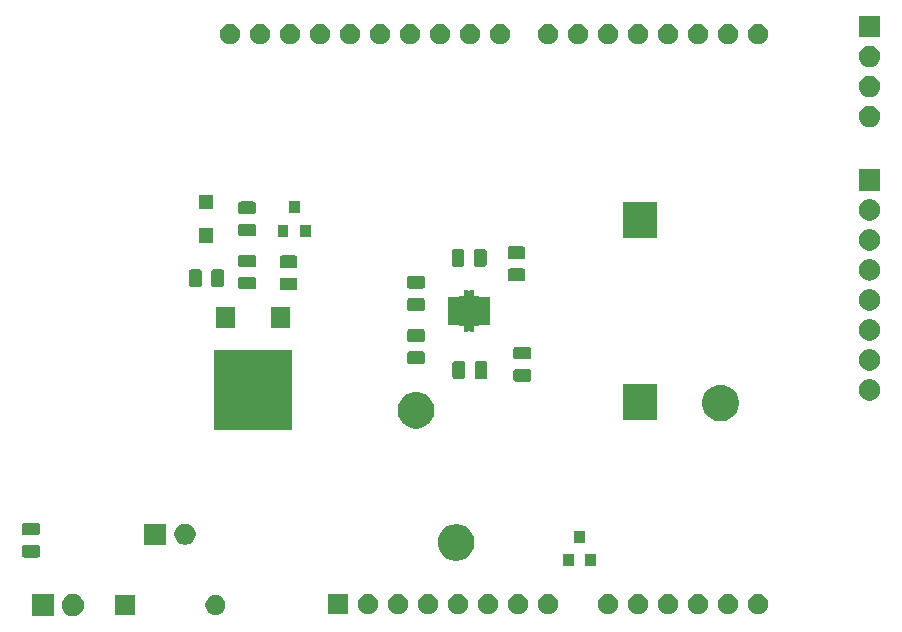
<source format=gbr>
G04 #@! TF.GenerationSoftware,KiCad,Pcbnew,(5.1.5)-3*
G04 #@! TF.CreationDate,2020-12-11T17:28:03+02:00*
G04 #@! TF.ProjectId,led_02,6c65645f-3032-42e6-9b69-6361645f7063,rev?*
G04 #@! TF.SameCoordinates,Original*
G04 #@! TF.FileFunction,Soldermask,Top*
G04 #@! TF.FilePolarity,Negative*
%FSLAX46Y46*%
G04 Gerber Fmt 4.6, Leading zero omitted, Abs format (unit mm)*
G04 Created by KiCad (PCBNEW (5.1.5)-3) date 2020-12-11 17:28:03*
%MOMM*%
%LPD*%
G04 APERTURE LIST*
%ADD10C,0.100000*%
G04 APERTURE END LIST*
D10*
G36*
X14817395Y-62085546D02*
G01*
X14990466Y-62157234D01*
X14990467Y-62157235D01*
X15146227Y-62261310D01*
X15278690Y-62393773D01*
X15321284Y-62457520D01*
X15382766Y-62549534D01*
X15454454Y-62722605D01*
X15491000Y-62906333D01*
X15491000Y-63093667D01*
X15454454Y-63277395D01*
X15382766Y-63450466D01*
X15382765Y-63450467D01*
X15278690Y-63606227D01*
X15146227Y-63738690D01*
X15123092Y-63754148D01*
X14990466Y-63842766D01*
X14817395Y-63914454D01*
X14633667Y-63951000D01*
X14446333Y-63951000D01*
X14262605Y-63914454D01*
X14089534Y-63842766D01*
X13956908Y-63754148D01*
X13933773Y-63738690D01*
X13801310Y-63606227D01*
X13697235Y-63450467D01*
X13697234Y-63450466D01*
X13625546Y-63277395D01*
X13589000Y-63093667D01*
X13589000Y-62906333D01*
X13625546Y-62722605D01*
X13697234Y-62549534D01*
X13758716Y-62457520D01*
X13801310Y-62393773D01*
X13933773Y-62261310D01*
X14089533Y-62157235D01*
X14089534Y-62157234D01*
X14262605Y-62085546D01*
X14446333Y-62049000D01*
X14633667Y-62049000D01*
X14817395Y-62085546D01*
G37*
G36*
X12951000Y-63951000D02*
G01*
X11049000Y-63951000D01*
X11049000Y-62049000D01*
X12951000Y-62049000D01*
X12951000Y-63951000D01*
G37*
G36*
X26868228Y-62181703D02*
G01*
X27023100Y-62245853D01*
X27162481Y-62338985D01*
X27281015Y-62457519D01*
X27374147Y-62596900D01*
X27438297Y-62751772D01*
X27471000Y-62916184D01*
X27471000Y-63083816D01*
X27438297Y-63248228D01*
X27374147Y-63403100D01*
X27281015Y-63542481D01*
X27162481Y-63661015D01*
X27023100Y-63754147D01*
X26868228Y-63818297D01*
X26703816Y-63851000D01*
X26536184Y-63851000D01*
X26371772Y-63818297D01*
X26216900Y-63754147D01*
X26077519Y-63661015D01*
X25958985Y-63542481D01*
X25865853Y-63403100D01*
X25801703Y-63248228D01*
X25769000Y-63083816D01*
X25769000Y-62916184D01*
X25801703Y-62751772D01*
X25865853Y-62596900D01*
X25958985Y-62457519D01*
X26077519Y-62338985D01*
X26216900Y-62245853D01*
X26371772Y-62181703D01*
X26536184Y-62149000D01*
X26703816Y-62149000D01*
X26868228Y-62181703D01*
G37*
G36*
X19851000Y-63851000D02*
G01*
X18149000Y-63851000D01*
X18149000Y-62149000D01*
X19851000Y-62149000D01*
X19851000Y-63851000D01*
G37*
G36*
X55028228Y-62081703D02*
G01*
X55183100Y-62145853D01*
X55322481Y-62238985D01*
X55441015Y-62357519D01*
X55534147Y-62496900D01*
X55598297Y-62651772D01*
X55631000Y-62816184D01*
X55631000Y-62983816D01*
X55598297Y-63148228D01*
X55534147Y-63303100D01*
X55441015Y-63442481D01*
X55322481Y-63561015D01*
X55183100Y-63654147D01*
X55028228Y-63718297D01*
X54863816Y-63751000D01*
X54696184Y-63751000D01*
X54531772Y-63718297D01*
X54376900Y-63654147D01*
X54237519Y-63561015D01*
X54118985Y-63442481D01*
X54025853Y-63303100D01*
X53961703Y-63148228D01*
X53929000Y-62983816D01*
X53929000Y-62816184D01*
X53961703Y-62651772D01*
X54025853Y-62496900D01*
X54118985Y-62357519D01*
X54237519Y-62238985D01*
X54376900Y-62145853D01*
X54531772Y-62081703D01*
X54696184Y-62049000D01*
X54863816Y-62049000D01*
X55028228Y-62081703D01*
G37*
G36*
X62648228Y-62081703D02*
G01*
X62803100Y-62145853D01*
X62942481Y-62238985D01*
X63061015Y-62357519D01*
X63154147Y-62496900D01*
X63218297Y-62651772D01*
X63251000Y-62816184D01*
X63251000Y-62983816D01*
X63218297Y-63148228D01*
X63154147Y-63303100D01*
X63061015Y-63442481D01*
X62942481Y-63561015D01*
X62803100Y-63654147D01*
X62648228Y-63718297D01*
X62483816Y-63751000D01*
X62316184Y-63751000D01*
X62151772Y-63718297D01*
X61996900Y-63654147D01*
X61857519Y-63561015D01*
X61738985Y-63442481D01*
X61645853Y-63303100D01*
X61581703Y-63148228D01*
X61549000Y-62983816D01*
X61549000Y-62816184D01*
X61581703Y-62651772D01*
X61645853Y-62496900D01*
X61738985Y-62357519D01*
X61857519Y-62238985D01*
X61996900Y-62145853D01*
X62151772Y-62081703D01*
X62316184Y-62049000D01*
X62483816Y-62049000D01*
X62648228Y-62081703D01*
G37*
G36*
X65188228Y-62081703D02*
G01*
X65343100Y-62145853D01*
X65482481Y-62238985D01*
X65601015Y-62357519D01*
X65694147Y-62496900D01*
X65758297Y-62651772D01*
X65791000Y-62816184D01*
X65791000Y-62983816D01*
X65758297Y-63148228D01*
X65694147Y-63303100D01*
X65601015Y-63442481D01*
X65482481Y-63561015D01*
X65343100Y-63654147D01*
X65188228Y-63718297D01*
X65023816Y-63751000D01*
X64856184Y-63751000D01*
X64691772Y-63718297D01*
X64536900Y-63654147D01*
X64397519Y-63561015D01*
X64278985Y-63442481D01*
X64185853Y-63303100D01*
X64121703Y-63148228D01*
X64089000Y-62983816D01*
X64089000Y-62816184D01*
X64121703Y-62651772D01*
X64185853Y-62496900D01*
X64278985Y-62357519D01*
X64397519Y-62238985D01*
X64536900Y-62145853D01*
X64691772Y-62081703D01*
X64856184Y-62049000D01*
X65023816Y-62049000D01*
X65188228Y-62081703D01*
G37*
G36*
X67728228Y-62081703D02*
G01*
X67883100Y-62145853D01*
X68022481Y-62238985D01*
X68141015Y-62357519D01*
X68234147Y-62496900D01*
X68298297Y-62651772D01*
X68331000Y-62816184D01*
X68331000Y-62983816D01*
X68298297Y-63148228D01*
X68234147Y-63303100D01*
X68141015Y-63442481D01*
X68022481Y-63561015D01*
X67883100Y-63654147D01*
X67728228Y-63718297D01*
X67563816Y-63751000D01*
X67396184Y-63751000D01*
X67231772Y-63718297D01*
X67076900Y-63654147D01*
X66937519Y-63561015D01*
X66818985Y-63442481D01*
X66725853Y-63303100D01*
X66661703Y-63148228D01*
X66629000Y-62983816D01*
X66629000Y-62816184D01*
X66661703Y-62651772D01*
X66725853Y-62496900D01*
X66818985Y-62357519D01*
X66937519Y-62238985D01*
X67076900Y-62145853D01*
X67231772Y-62081703D01*
X67396184Y-62049000D01*
X67563816Y-62049000D01*
X67728228Y-62081703D01*
G37*
G36*
X70268228Y-62081703D02*
G01*
X70423100Y-62145853D01*
X70562481Y-62238985D01*
X70681015Y-62357519D01*
X70774147Y-62496900D01*
X70838297Y-62651772D01*
X70871000Y-62816184D01*
X70871000Y-62983816D01*
X70838297Y-63148228D01*
X70774147Y-63303100D01*
X70681015Y-63442481D01*
X70562481Y-63561015D01*
X70423100Y-63654147D01*
X70268228Y-63718297D01*
X70103816Y-63751000D01*
X69936184Y-63751000D01*
X69771772Y-63718297D01*
X69616900Y-63654147D01*
X69477519Y-63561015D01*
X69358985Y-63442481D01*
X69265853Y-63303100D01*
X69201703Y-63148228D01*
X69169000Y-62983816D01*
X69169000Y-62816184D01*
X69201703Y-62651772D01*
X69265853Y-62496900D01*
X69358985Y-62357519D01*
X69477519Y-62238985D01*
X69616900Y-62145853D01*
X69771772Y-62081703D01*
X69936184Y-62049000D01*
X70103816Y-62049000D01*
X70268228Y-62081703D01*
G37*
G36*
X60108228Y-62081703D02*
G01*
X60263100Y-62145853D01*
X60402481Y-62238985D01*
X60521015Y-62357519D01*
X60614147Y-62496900D01*
X60678297Y-62651772D01*
X60711000Y-62816184D01*
X60711000Y-62983816D01*
X60678297Y-63148228D01*
X60614147Y-63303100D01*
X60521015Y-63442481D01*
X60402481Y-63561015D01*
X60263100Y-63654147D01*
X60108228Y-63718297D01*
X59943816Y-63751000D01*
X59776184Y-63751000D01*
X59611772Y-63718297D01*
X59456900Y-63654147D01*
X59317519Y-63561015D01*
X59198985Y-63442481D01*
X59105853Y-63303100D01*
X59041703Y-63148228D01*
X59009000Y-62983816D01*
X59009000Y-62816184D01*
X59041703Y-62651772D01*
X59105853Y-62496900D01*
X59198985Y-62357519D01*
X59317519Y-62238985D01*
X59456900Y-62145853D01*
X59611772Y-62081703D01*
X59776184Y-62049000D01*
X59943816Y-62049000D01*
X60108228Y-62081703D01*
G37*
G36*
X52488228Y-62081703D02*
G01*
X52643100Y-62145853D01*
X52782481Y-62238985D01*
X52901015Y-62357519D01*
X52994147Y-62496900D01*
X53058297Y-62651772D01*
X53091000Y-62816184D01*
X53091000Y-62983816D01*
X53058297Y-63148228D01*
X52994147Y-63303100D01*
X52901015Y-63442481D01*
X52782481Y-63561015D01*
X52643100Y-63654147D01*
X52488228Y-63718297D01*
X52323816Y-63751000D01*
X52156184Y-63751000D01*
X51991772Y-63718297D01*
X51836900Y-63654147D01*
X51697519Y-63561015D01*
X51578985Y-63442481D01*
X51485853Y-63303100D01*
X51421703Y-63148228D01*
X51389000Y-62983816D01*
X51389000Y-62816184D01*
X51421703Y-62651772D01*
X51485853Y-62496900D01*
X51578985Y-62357519D01*
X51697519Y-62238985D01*
X51836900Y-62145853D01*
X51991772Y-62081703D01*
X52156184Y-62049000D01*
X52323816Y-62049000D01*
X52488228Y-62081703D01*
G37*
G36*
X49948228Y-62081703D02*
G01*
X50103100Y-62145853D01*
X50242481Y-62238985D01*
X50361015Y-62357519D01*
X50454147Y-62496900D01*
X50518297Y-62651772D01*
X50551000Y-62816184D01*
X50551000Y-62983816D01*
X50518297Y-63148228D01*
X50454147Y-63303100D01*
X50361015Y-63442481D01*
X50242481Y-63561015D01*
X50103100Y-63654147D01*
X49948228Y-63718297D01*
X49783816Y-63751000D01*
X49616184Y-63751000D01*
X49451772Y-63718297D01*
X49296900Y-63654147D01*
X49157519Y-63561015D01*
X49038985Y-63442481D01*
X48945853Y-63303100D01*
X48881703Y-63148228D01*
X48849000Y-62983816D01*
X48849000Y-62816184D01*
X48881703Y-62651772D01*
X48945853Y-62496900D01*
X49038985Y-62357519D01*
X49157519Y-62238985D01*
X49296900Y-62145853D01*
X49451772Y-62081703D01*
X49616184Y-62049000D01*
X49783816Y-62049000D01*
X49948228Y-62081703D01*
G37*
G36*
X47408228Y-62081703D02*
G01*
X47563100Y-62145853D01*
X47702481Y-62238985D01*
X47821015Y-62357519D01*
X47914147Y-62496900D01*
X47978297Y-62651772D01*
X48011000Y-62816184D01*
X48011000Y-62983816D01*
X47978297Y-63148228D01*
X47914147Y-63303100D01*
X47821015Y-63442481D01*
X47702481Y-63561015D01*
X47563100Y-63654147D01*
X47408228Y-63718297D01*
X47243816Y-63751000D01*
X47076184Y-63751000D01*
X46911772Y-63718297D01*
X46756900Y-63654147D01*
X46617519Y-63561015D01*
X46498985Y-63442481D01*
X46405853Y-63303100D01*
X46341703Y-63148228D01*
X46309000Y-62983816D01*
X46309000Y-62816184D01*
X46341703Y-62651772D01*
X46405853Y-62496900D01*
X46498985Y-62357519D01*
X46617519Y-62238985D01*
X46756900Y-62145853D01*
X46911772Y-62081703D01*
X47076184Y-62049000D01*
X47243816Y-62049000D01*
X47408228Y-62081703D01*
G37*
G36*
X72808228Y-62081703D02*
G01*
X72963100Y-62145853D01*
X73102481Y-62238985D01*
X73221015Y-62357519D01*
X73314147Y-62496900D01*
X73378297Y-62651772D01*
X73411000Y-62816184D01*
X73411000Y-62983816D01*
X73378297Y-63148228D01*
X73314147Y-63303100D01*
X73221015Y-63442481D01*
X73102481Y-63561015D01*
X72963100Y-63654147D01*
X72808228Y-63718297D01*
X72643816Y-63751000D01*
X72476184Y-63751000D01*
X72311772Y-63718297D01*
X72156900Y-63654147D01*
X72017519Y-63561015D01*
X71898985Y-63442481D01*
X71805853Y-63303100D01*
X71741703Y-63148228D01*
X71709000Y-62983816D01*
X71709000Y-62816184D01*
X71741703Y-62651772D01*
X71805853Y-62496900D01*
X71898985Y-62357519D01*
X72017519Y-62238985D01*
X72156900Y-62145853D01*
X72311772Y-62081703D01*
X72476184Y-62049000D01*
X72643816Y-62049000D01*
X72808228Y-62081703D01*
G37*
G36*
X44868228Y-62081703D02*
G01*
X45023100Y-62145853D01*
X45162481Y-62238985D01*
X45281015Y-62357519D01*
X45374147Y-62496900D01*
X45438297Y-62651772D01*
X45471000Y-62816184D01*
X45471000Y-62983816D01*
X45438297Y-63148228D01*
X45374147Y-63303100D01*
X45281015Y-63442481D01*
X45162481Y-63561015D01*
X45023100Y-63654147D01*
X44868228Y-63718297D01*
X44703816Y-63751000D01*
X44536184Y-63751000D01*
X44371772Y-63718297D01*
X44216900Y-63654147D01*
X44077519Y-63561015D01*
X43958985Y-63442481D01*
X43865853Y-63303100D01*
X43801703Y-63148228D01*
X43769000Y-62983816D01*
X43769000Y-62816184D01*
X43801703Y-62651772D01*
X43865853Y-62496900D01*
X43958985Y-62357519D01*
X44077519Y-62238985D01*
X44216900Y-62145853D01*
X44371772Y-62081703D01*
X44536184Y-62049000D01*
X44703816Y-62049000D01*
X44868228Y-62081703D01*
G37*
G36*
X42328228Y-62081703D02*
G01*
X42483100Y-62145853D01*
X42622481Y-62238985D01*
X42741015Y-62357519D01*
X42834147Y-62496900D01*
X42898297Y-62651772D01*
X42931000Y-62816184D01*
X42931000Y-62983816D01*
X42898297Y-63148228D01*
X42834147Y-63303100D01*
X42741015Y-63442481D01*
X42622481Y-63561015D01*
X42483100Y-63654147D01*
X42328228Y-63718297D01*
X42163816Y-63751000D01*
X41996184Y-63751000D01*
X41831772Y-63718297D01*
X41676900Y-63654147D01*
X41537519Y-63561015D01*
X41418985Y-63442481D01*
X41325853Y-63303100D01*
X41261703Y-63148228D01*
X41229000Y-62983816D01*
X41229000Y-62816184D01*
X41261703Y-62651772D01*
X41325853Y-62496900D01*
X41418985Y-62357519D01*
X41537519Y-62238985D01*
X41676900Y-62145853D01*
X41831772Y-62081703D01*
X41996184Y-62049000D01*
X42163816Y-62049000D01*
X42328228Y-62081703D01*
G37*
G36*
X37851000Y-63751000D02*
G01*
X36149000Y-63751000D01*
X36149000Y-62049000D01*
X37851000Y-62049000D01*
X37851000Y-63751000D01*
G37*
G36*
X39788228Y-62081703D02*
G01*
X39943100Y-62145853D01*
X40082481Y-62238985D01*
X40201015Y-62357519D01*
X40294147Y-62496900D01*
X40358297Y-62651772D01*
X40391000Y-62816184D01*
X40391000Y-62983816D01*
X40358297Y-63148228D01*
X40294147Y-63303100D01*
X40201015Y-63442481D01*
X40082481Y-63561015D01*
X39943100Y-63654147D01*
X39788228Y-63718297D01*
X39623816Y-63751000D01*
X39456184Y-63751000D01*
X39291772Y-63718297D01*
X39136900Y-63654147D01*
X38997519Y-63561015D01*
X38878985Y-63442481D01*
X38785853Y-63303100D01*
X38721703Y-63148228D01*
X38689000Y-62983816D01*
X38689000Y-62816184D01*
X38721703Y-62651772D01*
X38785853Y-62496900D01*
X38878985Y-62357519D01*
X38997519Y-62238985D01*
X39136900Y-62145853D01*
X39291772Y-62081703D01*
X39456184Y-62049000D01*
X39623816Y-62049000D01*
X39788228Y-62081703D01*
G37*
G36*
X58851000Y-59701000D02*
G01*
X57949000Y-59701000D01*
X57949000Y-58699000D01*
X58851000Y-58699000D01*
X58851000Y-59701000D01*
G37*
G36*
X56951000Y-59701000D02*
G01*
X56049000Y-59701000D01*
X56049000Y-58699000D01*
X56951000Y-58699000D01*
X56951000Y-59701000D01*
G37*
G36*
X47302585Y-56178802D02*
G01*
X47452410Y-56208604D01*
X47734674Y-56325521D01*
X47988705Y-56495259D01*
X48204741Y-56711295D01*
X48374479Y-56965326D01*
X48491396Y-57247590D01*
X48494424Y-57262812D01*
X48551000Y-57547239D01*
X48551000Y-57852761D01*
X48540894Y-57903565D01*
X48491396Y-58152410D01*
X48374479Y-58434674D01*
X48204741Y-58688705D01*
X47988705Y-58904741D01*
X47734674Y-59074479D01*
X47452410Y-59191396D01*
X47302585Y-59221198D01*
X47152761Y-59251000D01*
X46847239Y-59251000D01*
X46697415Y-59221198D01*
X46547590Y-59191396D01*
X46265326Y-59074479D01*
X46011295Y-58904741D01*
X45795259Y-58688705D01*
X45625521Y-58434674D01*
X45508604Y-58152410D01*
X45459106Y-57903565D01*
X45449000Y-57852761D01*
X45449000Y-57547239D01*
X45505576Y-57262812D01*
X45508604Y-57247590D01*
X45625521Y-56965326D01*
X45795259Y-56711295D01*
X46011295Y-56495259D01*
X46265326Y-56325521D01*
X46547590Y-56208604D01*
X46697415Y-56178802D01*
X46847239Y-56149000D01*
X47152761Y-56149000D01*
X47302585Y-56178802D01*
G37*
G36*
X11584468Y-57903565D02*
G01*
X11623138Y-57915296D01*
X11658777Y-57934346D01*
X11690017Y-57959983D01*
X11715654Y-57991223D01*
X11734704Y-58026862D01*
X11746435Y-58065532D01*
X11751000Y-58111888D01*
X11751000Y-58763112D01*
X11746435Y-58809468D01*
X11734704Y-58848138D01*
X11715654Y-58883777D01*
X11690017Y-58915017D01*
X11658777Y-58940654D01*
X11623138Y-58959704D01*
X11584468Y-58971435D01*
X11538112Y-58976000D01*
X10461888Y-58976000D01*
X10415532Y-58971435D01*
X10376862Y-58959704D01*
X10341223Y-58940654D01*
X10309983Y-58915017D01*
X10284346Y-58883777D01*
X10265296Y-58848138D01*
X10253565Y-58809468D01*
X10249000Y-58763112D01*
X10249000Y-58111888D01*
X10253565Y-58065532D01*
X10265296Y-58026862D01*
X10284346Y-57991223D01*
X10309983Y-57959983D01*
X10341223Y-57934346D01*
X10376862Y-57915296D01*
X10415532Y-57903565D01*
X10461888Y-57899000D01*
X11538112Y-57899000D01*
X11584468Y-57903565D01*
G37*
G36*
X22401000Y-57901000D02*
G01*
X20599000Y-57901000D01*
X20599000Y-56099000D01*
X22401000Y-56099000D01*
X22401000Y-57901000D01*
G37*
G36*
X24148152Y-56102861D02*
G01*
X24302812Y-56133624D01*
X24466784Y-56201544D01*
X24614354Y-56300147D01*
X24739853Y-56425646D01*
X24838456Y-56573216D01*
X24906376Y-56737188D01*
X24941000Y-56911259D01*
X24941000Y-57088741D01*
X24906376Y-57262812D01*
X24838456Y-57426784D01*
X24739853Y-57574354D01*
X24614354Y-57699853D01*
X24466784Y-57798456D01*
X24302812Y-57866376D01*
X24153512Y-57896073D01*
X24128742Y-57901000D01*
X23951258Y-57901000D01*
X23926488Y-57896073D01*
X23777188Y-57866376D01*
X23613216Y-57798456D01*
X23465646Y-57699853D01*
X23340147Y-57574354D01*
X23241544Y-57426784D01*
X23173624Y-57262812D01*
X23139000Y-57088741D01*
X23139000Y-56911259D01*
X23173624Y-56737188D01*
X23241544Y-56573216D01*
X23340147Y-56425646D01*
X23465646Y-56300147D01*
X23613216Y-56201544D01*
X23777188Y-56133624D01*
X23931848Y-56102861D01*
X23951258Y-56099000D01*
X24128742Y-56099000D01*
X24148152Y-56102861D01*
G37*
G36*
X57901000Y-57701000D02*
G01*
X56999000Y-57701000D01*
X56999000Y-56699000D01*
X57901000Y-56699000D01*
X57901000Y-57701000D01*
G37*
G36*
X11584468Y-56028565D02*
G01*
X11623138Y-56040296D01*
X11658777Y-56059346D01*
X11690017Y-56084983D01*
X11715654Y-56116223D01*
X11734704Y-56151862D01*
X11746435Y-56190532D01*
X11751000Y-56236888D01*
X11751000Y-56888112D01*
X11746435Y-56934468D01*
X11734704Y-56973138D01*
X11715654Y-57008777D01*
X11690017Y-57040017D01*
X11658777Y-57065654D01*
X11623138Y-57084704D01*
X11584468Y-57096435D01*
X11538112Y-57101000D01*
X10461888Y-57101000D01*
X10415532Y-57096435D01*
X10376862Y-57084704D01*
X10341223Y-57065654D01*
X10309983Y-57040017D01*
X10284346Y-57008777D01*
X10265296Y-56973138D01*
X10253565Y-56934468D01*
X10249000Y-56888112D01*
X10249000Y-56236888D01*
X10253565Y-56190532D01*
X10265296Y-56151862D01*
X10284346Y-56116223D01*
X10309983Y-56084983D01*
X10341223Y-56059346D01*
X10376862Y-56040296D01*
X10415532Y-56028565D01*
X10461888Y-56024000D01*
X11538112Y-56024000D01*
X11584468Y-56028565D01*
G37*
G36*
X33101000Y-48201000D02*
G01*
X26499000Y-48201000D01*
X26499000Y-41399000D01*
X33101000Y-41399000D01*
X33101000Y-48201000D01*
G37*
G36*
X43902585Y-44978802D02*
G01*
X44052410Y-45008604D01*
X44334674Y-45125521D01*
X44588705Y-45295259D01*
X44804741Y-45511295D01*
X44974479Y-45765326D01*
X45091396Y-46047590D01*
X45151000Y-46347240D01*
X45151000Y-46652760D01*
X45091396Y-46952410D01*
X44974479Y-47234674D01*
X44804741Y-47488705D01*
X44588705Y-47704741D01*
X44334674Y-47874479D01*
X44052410Y-47991396D01*
X43902585Y-48021198D01*
X43752761Y-48051000D01*
X43447239Y-48051000D01*
X43297415Y-48021198D01*
X43147590Y-47991396D01*
X42865326Y-47874479D01*
X42611295Y-47704741D01*
X42395259Y-47488705D01*
X42225521Y-47234674D01*
X42108604Y-46952410D01*
X42049000Y-46652760D01*
X42049000Y-46347240D01*
X42108604Y-46047590D01*
X42225521Y-45765326D01*
X42395259Y-45511295D01*
X42611295Y-45295259D01*
X42865326Y-45125521D01*
X43147590Y-45008604D01*
X43297415Y-44978802D01*
X43447239Y-44949000D01*
X43752761Y-44949000D01*
X43902585Y-44978802D01*
G37*
G36*
X69702585Y-44378802D02*
G01*
X69852410Y-44408604D01*
X70134674Y-44525521D01*
X70388705Y-44695259D01*
X70604741Y-44911295D01*
X70774479Y-45165326D01*
X70891396Y-45447590D01*
X70951000Y-45747240D01*
X70951000Y-46052760D01*
X70891396Y-46352410D01*
X70774479Y-46634674D01*
X70604741Y-46888705D01*
X70388705Y-47104741D01*
X70134674Y-47274479D01*
X69852410Y-47391396D01*
X69702585Y-47421198D01*
X69552761Y-47451000D01*
X69247239Y-47451000D01*
X69097415Y-47421198D01*
X68947590Y-47391396D01*
X68665326Y-47274479D01*
X68411295Y-47104741D01*
X68195259Y-46888705D01*
X68025521Y-46634674D01*
X67908604Y-46352410D01*
X67849000Y-46052760D01*
X67849000Y-45747240D01*
X67908604Y-45447590D01*
X68025521Y-45165326D01*
X68195259Y-44911295D01*
X68411295Y-44695259D01*
X68665326Y-44525521D01*
X68947590Y-44408604D01*
X69097415Y-44378802D01*
X69247239Y-44349000D01*
X69552761Y-44349000D01*
X69702585Y-44378802D01*
G37*
G36*
X64046000Y-47311000D02*
G01*
X61154000Y-47311000D01*
X61154000Y-44289000D01*
X64046000Y-44289000D01*
X64046000Y-47311000D01*
G37*
G36*
X82113512Y-43883927D02*
G01*
X82262812Y-43913624D01*
X82426784Y-43981544D01*
X82574354Y-44080147D01*
X82699853Y-44205646D01*
X82798456Y-44353216D01*
X82866376Y-44517188D01*
X82901000Y-44691259D01*
X82901000Y-44868741D01*
X82866376Y-45042812D01*
X82798456Y-45206784D01*
X82699853Y-45354354D01*
X82574354Y-45479853D01*
X82426784Y-45578456D01*
X82262812Y-45646376D01*
X82113512Y-45676073D01*
X82088742Y-45681000D01*
X81911258Y-45681000D01*
X81886488Y-45676073D01*
X81737188Y-45646376D01*
X81573216Y-45578456D01*
X81425646Y-45479853D01*
X81300147Y-45354354D01*
X81201544Y-45206784D01*
X81133624Y-45042812D01*
X81099000Y-44868741D01*
X81099000Y-44691259D01*
X81133624Y-44517188D01*
X81201544Y-44353216D01*
X81300147Y-44205646D01*
X81425646Y-44080147D01*
X81573216Y-43981544D01*
X81737188Y-43913624D01*
X81886488Y-43883927D01*
X81911258Y-43879000D01*
X82088742Y-43879000D01*
X82113512Y-43883927D01*
G37*
G36*
X53184468Y-43003565D02*
G01*
X53223138Y-43015296D01*
X53258777Y-43034346D01*
X53290017Y-43059983D01*
X53315654Y-43091223D01*
X53334704Y-43126862D01*
X53346435Y-43165532D01*
X53351000Y-43211888D01*
X53351000Y-43863112D01*
X53346435Y-43909468D01*
X53334704Y-43948138D01*
X53315654Y-43983777D01*
X53290017Y-44015017D01*
X53258777Y-44040654D01*
X53223138Y-44059704D01*
X53184468Y-44071435D01*
X53138112Y-44076000D01*
X52061888Y-44076000D01*
X52015532Y-44071435D01*
X51976862Y-44059704D01*
X51941223Y-44040654D01*
X51909983Y-44015017D01*
X51884346Y-43983777D01*
X51865296Y-43948138D01*
X51853565Y-43909468D01*
X51849000Y-43863112D01*
X51849000Y-43211888D01*
X51853565Y-43165532D01*
X51865296Y-43126862D01*
X51884346Y-43091223D01*
X51909983Y-43059983D01*
X51941223Y-43034346D01*
X51976862Y-43015296D01*
X52015532Y-43003565D01*
X52061888Y-42999000D01*
X53138112Y-42999000D01*
X53184468Y-43003565D01*
G37*
G36*
X47596968Y-42353565D02*
G01*
X47635638Y-42365296D01*
X47671277Y-42384346D01*
X47702517Y-42409983D01*
X47728154Y-42441223D01*
X47747204Y-42476862D01*
X47758935Y-42515532D01*
X47763500Y-42561888D01*
X47763500Y-43638112D01*
X47758935Y-43684468D01*
X47747204Y-43723138D01*
X47728154Y-43758777D01*
X47702517Y-43790017D01*
X47671277Y-43815654D01*
X47635638Y-43834704D01*
X47596968Y-43846435D01*
X47550612Y-43851000D01*
X46899388Y-43851000D01*
X46853032Y-43846435D01*
X46814362Y-43834704D01*
X46778723Y-43815654D01*
X46747483Y-43790017D01*
X46721846Y-43758777D01*
X46702796Y-43723138D01*
X46691065Y-43684468D01*
X46686500Y-43638112D01*
X46686500Y-42561888D01*
X46691065Y-42515532D01*
X46702796Y-42476862D01*
X46721846Y-42441223D01*
X46747483Y-42409983D01*
X46778723Y-42384346D01*
X46814362Y-42365296D01*
X46853032Y-42353565D01*
X46899388Y-42349000D01*
X47550612Y-42349000D01*
X47596968Y-42353565D01*
G37*
G36*
X49471968Y-42353565D02*
G01*
X49510638Y-42365296D01*
X49546277Y-42384346D01*
X49577517Y-42409983D01*
X49603154Y-42441223D01*
X49622204Y-42476862D01*
X49633935Y-42515532D01*
X49638500Y-42561888D01*
X49638500Y-43638112D01*
X49633935Y-43684468D01*
X49622204Y-43723138D01*
X49603154Y-43758777D01*
X49577517Y-43790017D01*
X49546277Y-43815654D01*
X49510638Y-43834704D01*
X49471968Y-43846435D01*
X49425612Y-43851000D01*
X48774388Y-43851000D01*
X48728032Y-43846435D01*
X48689362Y-43834704D01*
X48653723Y-43815654D01*
X48622483Y-43790017D01*
X48596846Y-43758777D01*
X48577796Y-43723138D01*
X48566065Y-43684468D01*
X48561500Y-43638112D01*
X48561500Y-42561888D01*
X48566065Y-42515532D01*
X48577796Y-42476862D01*
X48596846Y-42441223D01*
X48622483Y-42409983D01*
X48653723Y-42384346D01*
X48689362Y-42365296D01*
X48728032Y-42353565D01*
X48774388Y-42349000D01*
X49425612Y-42349000D01*
X49471968Y-42353565D01*
G37*
G36*
X82113512Y-41343927D02*
G01*
X82262812Y-41373624D01*
X82426784Y-41441544D01*
X82574354Y-41540147D01*
X82699853Y-41665646D01*
X82798456Y-41813216D01*
X82866376Y-41977188D01*
X82901000Y-42151259D01*
X82901000Y-42328741D01*
X82866376Y-42502812D01*
X82798456Y-42666784D01*
X82699853Y-42814354D01*
X82574354Y-42939853D01*
X82426784Y-43038456D01*
X82262812Y-43106376D01*
X82113512Y-43136073D01*
X82088742Y-43141000D01*
X81911258Y-43141000D01*
X81886488Y-43136073D01*
X81737188Y-43106376D01*
X81573216Y-43038456D01*
X81425646Y-42939853D01*
X81300147Y-42814354D01*
X81201544Y-42666784D01*
X81133624Y-42502812D01*
X81099000Y-42328741D01*
X81099000Y-42151259D01*
X81133624Y-41977188D01*
X81201544Y-41813216D01*
X81300147Y-41665646D01*
X81425646Y-41540147D01*
X81573216Y-41441544D01*
X81737188Y-41373624D01*
X81886488Y-41343927D01*
X81911258Y-41339000D01*
X82088742Y-41339000D01*
X82113512Y-41343927D01*
G37*
G36*
X44184468Y-41503565D02*
G01*
X44223138Y-41515296D01*
X44258777Y-41534346D01*
X44290017Y-41559983D01*
X44315654Y-41591223D01*
X44334704Y-41626862D01*
X44346435Y-41665532D01*
X44351000Y-41711888D01*
X44351000Y-42363112D01*
X44346435Y-42409468D01*
X44334704Y-42448138D01*
X44315654Y-42483777D01*
X44290017Y-42515017D01*
X44258777Y-42540654D01*
X44223138Y-42559704D01*
X44184468Y-42571435D01*
X44138112Y-42576000D01*
X43061888Y-42576000D01*
X43015532Y-42571435D01*
X42976862Y-42559704D01*
X42941223Y-42540654D01*
X42909983Y-42515017D01*
X42884346Y-42483777D01*
X42865296Y-42448138D01*
X42853565Y-42409468D01*
X42849000Y-42363112D01*
X42849000Y-41711888D01*
X42853565Y-41665532D01*
X42865296Y-41626862D01*
X42884346Y-41591223D01*
X42909983Y-41559983D01*
X42941223Y-41534346D01*
X42976862Y-41515296D01*
X43015532Y-41503565D01*
X43061888Y-41499000D01*
X44138112Y-41499000D01*
X44184468Y-41503565D01*
G37*
G36*
X53184468Y-41128565D02*
G01*
X53223138Y-41140296D01*
X53258777Y-41159346D01*
X53290017Y-41184983D01*
X53315654Y-41216223D01*
X53334704Y-41251862D01*
X53346435Y-41290532D01*
X53351000Y-41336888D01*
X53351000Y-41988112D01*
X53346435Y-42034468D01*
X53334704Y-42073138D01*
X53315654Y-42108777D01*
X53290017Y-42140017D01*
X53258777Y-42165654D01*
X53223138Y-42184704D01*
X53184468Y-42196435D01*
X53138112Y-42201000D01*
X52061888Y-42201000D01*
X52015532Y-42196435D01*
X51976862Y-42184704D01*
X51941223Y-42165654D01*
X51909983Y-42140017D01*
X51884346Y-42108777D01*
X51865296Y-42073138D01*
X51853565Y-42034468D01*
X51849000Y-41988112D01*
X51849000Y-41336888D01*
X51853565Y-41290532D01*
X51865296Y-41251862D01*
X51884346Y-41216223D01*
X51909983Y-41184983D01*
X51941223Y-41159346D01*
X51976862Y-41140296D01*
X52015532Y-41128565D01*
X52061888Y-41124000D01*
X53138112Y-41124000D01*
X53184468Y-41128565D01*
G37*
G36*
X44184468Y-39628565D02*
G01*
X44223138Y-39640296D01*
X44258777Y-39659346D01*
X44290017Y-39684983D01*
X44315654Y-39716223D01*
X44334704Y-39751862D01*
X44346435Y-39790532D01*
X44351000Y-39836888D01*
X44351000Y-40488112D01*
X44346435Y-40534468D01*
X44334704Y-40573138D01*
X44315654Y-40608777D01*
X44290017Y-40640017D01*
X44258777Y-40665654D01*
X44223138Y-40684704D01*
X44184468Y-40696435D01*
X44138112Y-40701000D01*
X43061888Y-40701000D01*
X43015532Y-40696435D01*
X42976862Y-40684704D01*
X42941223Y-40665654D01*
X42909983Y-40640017D01*
X42884346Y-40608777D01*
X42865296Y-40573138D01*
X42853565Y-40534468D01*
X42849000Y-40488112D01*
X42849000Y-39836888D01*
X42853565Y-39790532D01*
X42865296Y-39751862D01*
X42884346Y-39716223D01*
X42909983Y-39684983D01*
X42941223Y-39659346D01*
X42976862Y-39640296D01*
X43015532Y-39628565D01*
X43061888Y-39624000D01*
X44138112Y-39624000D01*
X44184468Y-39628565D01*
G37*
G36*
X82113512Y-38803927D02*
G01*
X82262812Y-38833624D01*
X82426784Y-38901544D01*
X82574354Y-39000147D01*
X82699853Y-39125646D01*
X82798456Y-39273216D01*
X82866376Y-39437188D01*
X82896073Y-39586488D01*
X82901000Y-39611258D01*
X82901000Y-39788742D01*
X82896772Y-39809998D01*
X82866376Y-39962812D01*
X82798456Y-40126784D01*
X82699853Y-40274354D01*
X82574354Y-40399853D01*
X82426784Y-40498456D01*
X82262812Y-40566376D01*
X82113512Y-40596073D01*
X82088742Y-40601000D01*
X81911258Y-40601000D01*
X81886488Y-40596073D01*
X81737188Y-40566376D01*
X81573216Y-40498456D01*
X81425646Y-40399853D01*
X81300147Y-40274354D01*
X81201544Y-40126784D01*
X81133624Y-39962812D01*
X81103228Y-39809998D01*
X81099000Y-39788742D01*
X81099000Y-39611258D01*
X81103927Y-39586488D01*
X81133624Y-39437188D01*
X81201544Y-39273216D01*
X81300147Y-39125646D01*
X81425646Y-39000147D01*
X81573216Y-38901544D01*
X81737188Y-38833624D01*
X81886488Y-38803927D01*
X81911258Y-38799000D01*
X82088742Y-38799000D01*
X82113512Y-38803927D01*
G37*
G36*
X47984999Y-36349737D02*
G01*
X47994608Y-36352652D01*
X48003472Y-36357390D01*
X48020703Y-36371531D01*
X48041078Y-36385144D01*
X48063717Y-36394521D01*
X48087750Y-36399301D01*
X48112254Y-36399301D01*
X48136287Y-36394520D01*
X48158926Y-36385142D01*
X48179297Y-36371531D01*
X48196528Y-36357390D01*
X48205392Y-36352652D01*
X48215001Y-36349737D01*
X48231140Y-36348148D01*
X48468860Y-36348148D01*
X48484999Y-36349737D01*
X48494608Y-36352652D01*
X48503472Y-36357390D01*
X48511237Y-36363763D01*
X48517610Y-36371528D01*
X48522348Y-36380392D01*
X48525263Y-36390001D01*
X48526852Y-36406140D01*
X48526852Y-36723149D01*
X48529254Y-36747535D01*
X48536367Y-36770984D01*
X48547918Y-36792595D01*
X48563463Y-36811537D01*
X48582405Y-36827082D01*
X48604016Y-36838633D01*
X48627465Y-36845746D01*
X48651851Y-36848148D01*
X48918860Y-36848148D01*
X48934999Y-36849737D01*
X48944608Y-36852652D01*
X48953472Y-36857390D01*
X48961237Y-36863763D01*
X48973803Y-36879075D01*
X48976631Y-36883307D01*
X48993960Y-36900632D01*
X49014335Y-36914245D01*
X49036974Y-36923620D01*
X49073251Y-36929000D01*
X49851000Y-36929000D01*
X49851000Y-39271000D01*
X49073251Y-39271000D01*
X49048865Y-39273402D01*
X49025416Y-39280515D01*
X49003805Y-39292066D01*
X48984863Y-39307611D01*
X48976058Y-39319482D01*
X48975418Y-39318957D01*
X48961237Y-39336237D01*
X48953472Y-39342610D01*
X48944608Y-39347348D01*
X48934999Y-39350263D01*
X48918860Y-39351852D01*
X48651851Y-39351852D01*
X48627465Y-39354254D01*
X48604016Y-39361367D01*
X48582405Y-39372918D01*
X48563463Y-39388463D01*
X48547918Y-39407405D01*
X48536367Y-39429016D01*
X48529254Y-39452465D01*
X48526852Y-39476851D01*
X48526852Y-39793860D01*
X48525263Y-39809999D01*
X48522348Y-39819608D01*
X48517610Y-39828472D01*
X48511237Y-39836237D01*
X48503472Y-39842610D01*
X48494608Y-39847348D01*
X48484999Y-39850263D01*
X48468860Y-39851852D01*
X48231140Y-39851852D01*
X48215001Y-39850263D01*
X48205392Y-39847348D01*
X48196528Y-39842610D01*
X48179297Y-39828469D01*
X48158922Y-39814856D01*
X48136283Y-39805479D01*
X48112250Y-39800699D01*
X48087746Y-39800699D01*
X48063713Y-39805480D01*
X48041074Y-39814858D01*
X48020703Y-39828469D01*
X48003472Y-39842610D01*
X47994608Y-39847348D01*
X47984999Y-39850263D01*
X47968860Y-39851852D01*
X47731140Y-39851852D01*
X47715001Y-39850263D01*
X47705392Y-39847348D01*
X47696528Y-39842610D01*
X47688763Y-39836237D01*
X47682390Y-39828472D01*
X47677652Y-39819608D01*
X47674737Y-39809999D01*
X47673148Y-39793860D01*
X47673148Y-39476851D01*
X47670746Y-39452465D01*
X47663633Y-39429016D01*
X47652082Y-39407405D01*
X47636537Y-39388463D01*
X47617595Y-39372918D01*
X47595984Y-39361367D01*
X47572535Y-39354254D01*
X47548149Y-39351852D01*
X47281140Y-39351852D01*
X47265001Y-39350263D01*
X47255392Y-39347348D01*
X47246528Y-39342610D01*
X47238763Y-39336237D01*
X47226197Y-39320925D01*
X47223369Y-39316693D01*
X47206040Y-39299368D01*
X47185665Y-39285755D01*
X47163026Y-39276380D01*
X47126749Y-39271000D01*
X46349000Y-39271000D01*
X46349000Y-36929000D01*
X47126749Y-36929000D01*
X47151135Y-36926598D01*
X47174584Y-36919485D01*
X47196195Y-36907934D01*
X47215137Y-36892389D01*
X47223942Y-36880518D01*
X47224582Y-36881043D01*
X47238763Y-36863763D01*
X47246528Y-36857390D01*
X47255392Y-36852652D01*
X47265001Y-36849737D01*
X47281140Y-36848148D01*
X47548149Y-36848148D01*
X47572535Y-36845746D01*
X47595984Y-36838633D01*
X47617595Y-36827082D01*
X47636537Y-36811537D01*
X47652082Y-36792595D01*
X47663633Y-36770984D01*
X47670746Y-36747535D01*
X47673148Y-36723149D01*
X47673148Y-36406140D01*
X47674737Y-36390001D01*
X47677652Y-36380392D01*
X47682390Y-36371528D01*
X47688763Y-36363763D01*
X47696528Y-36357390D01*
X47705392Y-36352652D01*
X47715001Y-36349737D01*
X47731140Y-36348148D01*
X47968860Y-36348148D01*
X47984999Y-36349737D01*
G37*
G36*
X32901000Y-39501000D02*
G01*
X31299000Y-39501000D01*
X31299000Y-37799000D01*
X32901000Y-37799000D01*
X32901000Y-39501000D01*
G37*
G36*
X28301000Y-39501000D02*
G01*
X26699000Y-39501000D01*
X26699000Y-37799000D01*
X28301000Y-37799000D01*
X28301000Y-39501000D01*
G37*
G36*
X44184468Y-37003565D02*
G01*
X44223138Y-37015296D01*
X44258777Y-37034346D01*
X44290017Y-37059983D01*
X44315654Y-37091223D01*
X44334704Y-37126862D01*
X44346435Y-37165532D01*
X44351000Y-37211888D01*
X44351000Y-37863112D01*
X44346435Y-37909468D01*
X44334704Y-37948138D01*
X44315654Y-37983777D01*
X44290017Y-38015017D01*
X44258777Y-38040654D01*
X44223138Y-38059704D01*
X44184468Y-38071435D01*
X44138112Y-38076000D01*
X43061888Y-38076000D01*
X43015532Y-38071435D01*
X42976862Y-38059704D01*
X42941223Y-38040654D01*
X42909983Y-38015017D01*
X42884346Y-37983777D01*
X42865296Y-37948138D01*
X42853565Y-37909468D01*
X42849000Y-37863112D01*
X42849000Y-37211888D01*
X42853565Y-37165532D01*
X42865296Y-37126862D01*
X42884346Y-37091223D01*
X42909983Y-37059983D01*
X42941223Y-37034346D01*
X42976862Y-37015296D01*
X43015532Y-37003565D01*
X43061888Y-36999000D01*
X44138112Y-36999000D01*
X44184468Y-37003565D01*
G37*
G36*
X82113512Y-36263927D02*
G01*
X82262812Y-36293624D01*
X82426784Y-36361544D01*
X82574354Y-36460147D01*
X82699853Y-36585646D01*
X82798456Y-36733216D01*
X82866376Y-36897188D01*
X82901000Y-37071259D01*
X82901000Y-37248741D01*
X82866376Y-37422812D01*
X82798456Y-37586784D01*
X82699853Y-37734354D01*
X82574354Y-37859853D01*
X82426784Y-37958456D01*
X82262812Y-38026376D01*
X82116367Y-38055505D01*
X82088742Y-38061000D01*
X81911258Y-38061000D01*
X81883633Y-38055505D01*
X81737188Y-38026376D01*
X81573216Y-37958456D01*
X81425646Y-37859853D01*
X81300147Y-37734354D01*
X81201544Y-37586784D01*
X81133624Y-37422812D01*
X81099000Y-37248741D01*
X81099000Y-37071259D01*
X81133624Y-36897188D01*
X81201544Y-36733216D01*
X81300147Y-36585646D01*
X81425646Y-36460147D01*
X81573216Y-36361544D01*
X81737188Y-36293624D01*
X81886488Y-36263927D01*
X81911258Y-36259000D01*
X82088742Y-36259000D01*
X82113512Y-36263927D01*
G37*
G36*
X33384468Y-35266065D02*
G01*
X33423138Y-35277796D01*
X33458777Y-35296846D01*
X33490017Y-35322483D01*
X33515654Y-35353723D01*
X33534704Y-35389362D01*
X33546435Y-35428032D01*
X33551000Y-35474388D01*
X33551000Y-36125612D01*
X33546435Y-36171968D01*
X33534704Y-36210638D01*
X33515654Y-36246277D01*
X33490017Y-36277517D01*
X33458777Y-36303154D01*
X33423138Y-36322204D01*
X33384468Y-36333935D01*
X33338112Y-36338500D01*
X32261888Y-36338500D01*
X32215532Y-36333935D01*
X32176862Y-36322204D01*
X32141223Y-36303154D01*
X32109983Y-36277517D01*
X32084346Y-36246277D01*
X32065296Y-36210638D01*
X32053565Y-36171968D01*
X32049000Y-36125612D01*
X32049000Y-35474388D01*
X32053565Y-35428032D01*
X32065296Y-35389362D01*
X32084346Y-35353723D01*
X32109983Y-35322483D01*
X32141223Y-35296846D01*
X32176862Y-35277796D01*
X32215532Y-35266065D01*
X32261888Y-35261500D01*
X33338112Y-35261500D01*
X33384468Y-35266065D01*
G37*
G36*
X29884468Y-35203565D02*
G01*
X29923138Y-35215296D01*
X29958777Y-35234346D01*
X29990017Y-35259983D01*
X30015654Y-35291223D01*
X30034704Y-35326862D01*
X30046435Y-35365532D01*
X30051000Y-35411888D01*
X30051000Y-36063112D01*
X30046435Y-36109468D01*
X30034704Y-36148138D01*
X30015654Y-36183777D01*
X29990017Y-36215017D01*
X29958777Y-36240654D01*
X29923138Y-36259704D01*
X29884468Y-36271435D01*
X29838112Y-36276000D01*
X28761888Y-36276000D01*
X28715532Y-36271435D01*
X28676862Y-36259704D01*
X28641223Y-36240654D01*
X28609983Y-36215017D01*
X28584346Y-36183777D01*
X28565296Y-36148138D01*
X28553565Y-36109468D01*
X28549000Y-36063112D01*
X28549000Y-35411888D01*
X28553565Y-35365532D01*
X28565296Y-35326862D01*
X28584346Y-35291223D01*
X28609983Y-35259983D01*
X28641223Y-35234346D01*
X28676862Y-35215296D01*
X28715532Y-35203565D01*
X28761888Y-35199000D01*
X29838112Y-35199000D01*
X29884468Y-35203565D01*
G37*
G36*
X44184468Y-35128565D02*
G01*
X44223138Y-35140296D01*
X44258777Y-35159346D01*
X44290017Y-35184983D01*
X44315654Y-35216223D01*
X44334704Y-35251862D01*
X44346435Y-35290532D01*
X44351000Y-35336888D01*
X44351000Y-35988112D01*
X44346435Y-36034468D01*
X44334704Y-36073138D01*
X44315654Y-36108777D01*
X44290017Y-36140017D01*
X44258777Y-36165654D01*
X44223138Y-36184704D01*
X44184468Y-36196435D01*
X44138112Y-36201000D01*
X43061888Y-36201000D01*
X43015532Y-36196435D01*
X42976862Y-36184704D01*
X42941223Y-36165654D01*
X42909983Y-36140017D01*
X42884346Y-36108777D01*
X42865296Y-36073138D01*
X42853565Y-36034468D01*
X42849000Y-35988112D01*
X42849000Y-35336888D01*
X42853565Y-35290532D01*
X42865296Y-35251862D01*
X42884346Y-35216223D01*
X42909983Y-35184983D01*
X42941223Y-35159346D01*
X42976862Y-35140296D01*
X43015532Y-35128565D01*
X43061888Y-35124000D01*
X44138112Y-35124000D01*
X44184468Y-35128565D01*
G37*
G36*
X25296968Y-34553565D02*
G01*
X25335638Y-34565296D01*
X25371277Y-34584346D01*
X25402517Y-34609983D01*
X25428154Y-34641223D01*
X25447204Y-34676862D01*
X25458935Y-34715532D01*
X25463500Y-34761888D01*
X25463500Y-35838112D01*
X25458935Y-35884468D01*
X25447204Y-35923138D01*
X25428154Y-35958777D01*
X25402517Y-35990017D01*
X25371277Y-36015654D01*
X25335638Y-36034704D01*
X25296968Y-36046435D01*
X25250612Y-36051000D01*
X24599388Y-36051000D01*
X24553032Y-36046435D01*
X24514362Y-36034704D01*
X24478723Y-36015654D01*
X24447483Y-35990017D01*
X24421846Y-35958777D01*
X24402796Y-35923138D01*
X24391065Y-35884468D01*
X24386500Y-35838112D01*
X24386500Y-34761888D01*
X24391065Y-34715532D01*
X24402796Y-34676862D01*
X24421846Y-34641223D01*
X24447483Y-34609983D01*
X24478723Y-34584346D01*
X24514362Y-34565296D01*
X24553032Y-34553565D01*
X24599388Y-34549000D01*
X25250612Y-34549000D01*
X25296968Y-34553565D01*
G37*
G36*
X27171968Y-34553565D02*
G01*
X27210638Y-34565296D01*
X27246277Y-34584346D01*
X27277517Y-34609983D01*
X27303154Y-34641223D01*
X27322204Y-34676862D01*
X27333935Y-34715532D01*
X27338500Y-34761888D01*
X27338500Y-35838112D01*
X27333935Y-35884468D01*
X27322204Y-35923138D01*
X27303154Y-35958777D01*
X27277517Y-35990017D01*
X27246277Y-36015654D01*
X27210638Y-36034704D01*
X27171968Y-36046435D01*
X27125612Y-36051000D01*
X26474388Y-36051000D01*
X26428032Y-36046435D01*
X26389362Y-36034704D01*
X26353723Y-36015654D01*
X26322483Y-35990017D01*
X26296846Y-35958777D01*
X26277796Y-35923138D01*
X26266065Y-35884468D01*
X26261500Y-35838112D01*
X26261500Y-34761888D01*
X26266065Y-34715532D01*
X26277796Y-34676862D01*
X26296846Y-34641223D01*
X26322483Y-34609983D01*
X26353723Y-34584346D01*
X26389362Y-34565296D01*
X26428032Y-34553565D01*
X26474388Y-34549000D01*
X27125612Y-34549000D01*
X27171968Y-34553565D01*
G37*
G36*
X52684468Y-34503565D02*
G01*
X52723138Y-34515296D01*
X52758777Y-34534346D01*
X52790017Y-34559983D01*
X52815654Y-34591223D01*
X52834704Y-34626862D01*
X52846435Y-34665532D01*
X52851000Y-34711888D01*
X52851000Y-35363112D01*
X52846435Y-35409468D01*
X52834704Y-35448138D01*
X52815654Y-35483777D01*
X52790017Y-35515017D01*
X52758777Y-35540654D01*
X52723138Y-35559704D01*
X52684468Y-35571435D01*
X52638112Y-35576000D01*
X51561888Y-35576000D01*
X51515532Y-35571435D01*
X51476862Y-35559704D01*
X51441223Y-35540654D01*
X51409983Y-35515017D01*
X51384346Y-35483777D01*
X51365296Y-35448138D01*
X51353565Y-35409468D01*
X51349000Y-35363112D01*
X51349000Y-34711888D01*
X51353565Y-34665532D01*
X51365296Y-34626862D01*
X51384346Y-34591223D01*
X51409983Y-34559983D01*
X51441223Y-34534346D01*
X51476862Y-34515296D01*
X51515532Y-34503565D01*
X51561888Y-34499000D01*
X52638112Y-34499000D01*
X52684468Y-34503565D01*
G37*
G36*
X82113512Y-33723927D02*
G01*
X82262812Y-33753624D01*
X82426784Y-33821544D01*
X82574354Y-33920147D01*
X82699853Y-34045646D01*
X82798456Y-34193216D01*
X82866376Y-34357188D01*
X82886493Y-34458326D01*
X82901000Y-34531258D01*
X82901000Y-34708742D01*
X82896073Y-34733512D01*
X82866376Y-34882812D01*
X82798456Y-35046784D01*
X82699853Y-35194354D01*
X82574354Y-35319853D01*
X82426784Y-35418456D01*
X82262812Y-35486376D01*
X82118820Y-35515017D01*
X82088742Y-35521000D01*
X81911258Y-35521000D01*
X81881180Y-35515017D01*
X81737188Y-35486376D01*
X81573216Y-35418456D01*
X81425646Y-35319853D01*
X81300147Y-35194354D01*
X81201544Y-35046784D01*
X81133624Y-34882812D01*
X81103927Y-34733512D01*
X81099000Y-34708742D01*
X81099000Y-34531258D01*
X81113507Y-34458326D01*
X81133624Y-34357188D01*
X81201544Y-34193216D01*
X81300147Y-34045646D01*
X81425646Y-33920147D01*
X81573216Y-33821544D01*
X81737188Y-33753624D01*
X81886488Y-33723927D01*
X81911258Y-33719000D01*
X82088742Y-33719000D01*
X82113512Y-33723927D01*
G37*
G36*
X33384468Y-33391065D02*
G01*
X33423138Y-33402796D01*
X33458777Y-33421846D01*
X33490017Y-33447483D01*
X33515654Y-33478723D01*
X33534704Y-33514362D01*
X33546435Y-33553032D01*
X33551000Y-33599388D01*
X33551000Y-34250612D01*
X33546435Y-34296968D01*
X33534704Y-34335638D01*
X33515654Y-34371277D01*
X33490017Y-34402517D01*
X33458777Y-34428154D01*
X33423138Y-34447204D01*
X33384468Y-34458935D01*
X33338112Y-34463500D01*
X32261888Y-34463500D01*
X32215532Y-34458935D01*
X32176862Y-34447204D01*
X32141223Y-34428154D01*
X32109983Y-34402517D01*
X32084346Y-34371277D01*
X32065296Y-34335638D01*
X32053565Y-34296968D01*
X32049000Y-34250612D01*
X32049000Y-33599388D01*
X32053565Y-33553032D01*
X32065296Y-33514362D01*
X32084346Y-33478723D01*
X32109983Y-33447483D01*
X32141223Y-33421846D01*
X32176862Y-33402796D01*
X32215532Y-33391065D01*
X32261888Y-33386500D01*
X33338112Y-33386500D01*
X33384468Y-33391065D01*
G37*
G36*
X29884468Y-33328565D02*
G01*
X29923138Y-33340296D01*
X29958777Y-33359346D01*
X29990017Y-33384983D01*
X30015654Y-33416223D01*
X30034704Y-33451862D01*
X30046435Y-33490532D01*
X30051000Y-33536888D01*
X30051000Y-34188112D01*
X30046435Y-34234468D01*
X30034704Y-34273138D01*
X30015654Y-34308777D01*
X29990017Y-34340017D01*
X29958777Y-34365654D01*
X29923138Y-34384704D01*
X29884468Y-34396435D01*
X29838112Y-34401000D01*
X28761888Y-34401000D01*
X28715532Y-34396435D01*
X28676862Y-34384704D01*
X28641223Y-34365654D01*
X28609983Y-34340017D01*
X28584346Y-34308777D01*
X28565296Y-34273138D01*
X28553565Y-34234468D01*
X28549000Y-34188112D01*
X28549000Y-33536888D01*
X28553565Y-33490532D01*
X28565296Y-33451862D01*
X28584346Y-33416223D01*
X28609983Y-33384983D01*
X28641223Y-33359346D01*
X28676862Y-33340296D01*
X28715532Y-33328565D01*
X28761888Y-33324000D01*
X29838112Y-33324000D01*
X29884468Y-33328565D01*
G37*
G36*
X49409468Y-32853565D02*
G01*
X49448138Y-32865296D01*
X49483777Y-32884346D01*
X49515017Y-32909983D01*
X49540654Y-32941223D01*
X49559704Y-32976862D01*
X49571435Y-33015532D01*
X49576000Y-33061888D01*
X49576000Y-34138112D01*
X49571435Y-34184468D01*
X49559704Y-34223138D01*
X49540654Y-34258777D01*
X49515017Y-34290017D01*
X49483777Y-34315654D01*
X49448138Y-34334704D01*
X49409468Y-34346435D01*
X49363112Y-34351000D01*
X48711888Y-34351000D01*
X48665532Y-34346435D01*
X48626862Y-34334704D01*
X48591223Y-34315654D01*
X48559983Y-34290017D01*
X48534346Y-34258777D01*
X48515296Y-34223138D01*
X48503565Y-34184468D01*
X48499000Y-34138112D01*
X48499000Y-33061888D01*
X48503565Y-33015532D01*
X48515296Y-32976862D01*
X48534346Y-32941223D01*
X48559983Y-32909983D01*
X48591223Y-32884346D01*
X48626862Y-32865296D01*
X48665532Y-32853565D01*
X48711888Y-32849000D01*
X49363112Y-32849000D01*
X49409468Y-32853565D01*
G37*
G36*
X47534468Y-32853565D02*
G01*
X47573138Y-32865296D01*
X47608777Y-32884346D01*
X47640017Y-32909983D01*
X47665654Y-32941223D01*
X47684704Y-32976862D01*
X47696435Y-33015532D01*
X47701000Y-33061888D01*
X47701000Y-34138112D01*
X47696435Y-34184468D01*
X47684704Y-34223138D01*
X47665654Y-34258777D01*
X47640017Y-34290017D01*
X47608777Y-34315654D01*
X47573138Y-34334704D01*
X47534468Y-34346435D01*
X47488112Y-34351000D01*
X46836888Y-34351000D01*
X46790532Y-34346435D01*
X46751862Y-34334704D01*
X46716223Y-34315654D01*
X46684983Y-34290017D01*
X46659346Y-34258777D01*
X46640296Y-34223138D01*
X46628565Y-34184468D01*
X46624000Y-34138112D01*
X46624000Y-33061888D01*
X46628565Y-33015532D01*
X46640296Y-32976862D01*
X46659346Y-32941223D01*
X46684983Y-32909983D01*
X46716223Y-32884346D01*
X46751862Y-32865296D01*
X46790532Y-32853565D01*
X46836888Y-32849000D01*
X47488112Y-32849000D01*
X47534468Y-32853565D01*
G37*
G36*
X52684468Y-32628565D02*
G01*
X52723138Y-32640296D01*
X52758777Y-32659346D01*
X52790017Y-32684983D01*
X52815654Y-32716223D01*
X52834704Y-32751862D01*
X52846435Y-32790532D01*
X52851000Y-32836888D01*
X52851000Y-33488112D01*
X52846435Y-33534468D01*
X52834704Y-33573138D01*
X52815654Y-33608777D01*
X52790017Y-33640017D01*
X52758777Y-33665654D01*
X52723138Y-33684704D01*
X52684468Y-33696435D01*
X52638112Y-33701000D01*
X51561888Y-33701000D01*
X51515532Y-33696435D01*
X51476862Y-33684704D01*
X51441223Y-33665654D01*
X51409983Y-33640017D01*
X51384346Y-33608777D01*
X51365296Y-33573138D01*
X51353565Y-33534468D01*
X51349000Y-33488112D01*
X51349000Y-32836888D01*
X51353565Y-32790532D01*
X51365296Y-32751862D01*
X51384346Y-32716223D01*
X51409983Y-32684983D01*
X51441223Y-32659346D01*
X51476862Y-32640296D01*
X51515532Y-32628565D01*
X51561888Y-32624000D01*
X52638112Y-32624000D01*
X52684468Y-32628565D01*
G37*
G36*
X82113512Y-31183927D02*
G01*
X82262812Y-31213624D01*
X82426784Y-31281544D01*
X82574354Y-31380147D01*
X82699853Y-31505646D01*
X82798456Y-31653216D01*
X82866376Y-31817188D01*
X82901000Y-31991259D01*
X82901000Y-32168741D01*
X82866376Y-32342812D01*
X82798456Y-32506784D01*
X82699853Y-32654354D01*
X82574354Y-32779853D01*
X82426784Y-32878456D01*
X82262812Y-32946376D01*
X82113512Y-32976073D01*
X82088742Y-32981000D01*
X81911258Y-32981000D01*
X81886488Y-32976073D01*
X81737188Y-32946376D01*
X81573216Y-32878456D01*
X81425646Y-32779853D01*
X81300147Y-32654354D01*
X81201544Y-32506784D01*
X81133624Y-32342812D01*
X81099000Y-32168741D01*
X81099000Y-31991259D01*
X81133624Y-31817188D01*
X81201544Y-31653216D01*
X81300147Y-31505646D01*
X81425646Y-31380147D01*
X81573216Y-31281544D01*
X81737188Y-31213624D01*
X81886488Y-31183927D01*
X81911258Y-31179000D01*
X82088742Y-31179000D01*
X82113512Y-31183927D01*
G37*
G36*
X26401000Y-32301000D02*
G01*
X25199000Y-32301000D01*
X25199000Y-31099000D01*
X26401000Y-31099000D01*
X26401000Y-32301000D01*
G37*
G36*
X64046000Y-31911000D02*
G01*
X61154000Y-31911000D01*
X61154000Y-28889000D01*
X64046000Y-28889000D01*
X64046000Y-31911000D01*
G37*
G36*
X32801000Y-31801000D02*
G01*
X31899000Y-31801000D01*
X31899000Y-30799000D01*
X32801000Y-30799000D01*
X32801000Y-31801000D01*
G37*
G36*
X34701000Y-31801000D02*
G01*
X33799000Y-31801000D01*
X33799000Y-30799000D01*
X34701000Y-30799000D01*
X34701000Y-31801000D01*
G37*
G36*
X29884468Y-30703565D02*
G01*
X29923138Y-30715296D01*
X29958777Y-30734346D01*
X29990017Y-30759983D01*
X30015654Y-30791223D01*
X30034704Y-30826862D01*
X30046435Y-30865532D01*
X30051000Y-30911888D01*
X30051000Y-31563112D01*
X30046435Y-31609468D01*
X30034704Y-31648138D01*
X30015654Y-31683777D01*
X29990017Y-31715017D01*
X29958777Y-31740654D01*
X29923138Y-31759704D01*
X29884468Y-31771435D01*
X29838112Y-31776000D01*
X28761888Y-31776000D01*
X28715532Y-31771435D01*
X28676862Y-31759704D01*
X28641223Y-31740654D01*
X28609983Y-31715017D01*
X28584346Y-31683777D01*
X28565296Y-31648138D01*
X28553565Y-31609468D01*
X28549000Y-31563112D01*
X28549000Y-30911888D01*
X28553565Y-30865532D01*
X28565296Y-30826862D01*
X28584346Y-30791223D01*
X28609983Y-30759983D01*
X28641223Y-30734346D01*
X28676862Y-30715296D01*
X28715532Y-30703565D01*
X28761888Y-30699000D01*
X29838112Y-30699000D01*
X29884468Y-30703565D01*
G37*
G36*
X82113512Y-28643927D02*
G01*
X82262812Y-28673624D01*
X82426784Y-28741544D01*
X82574354Y-28840147D01*
X82699853Y-28965646D01*
X82798456Y-29113216D01*
X82866376Y-29277188D01*
X82896073Y-29426488D01*
X82901000Y-29451258D01*
X82901000Y-29628742D01*
X82896073Y-29653512D01*
X82866376Y-29802812D01*
X82798456Y-29966784D01*
X82699853Y-30114354D01*
X82574354Y-30239853D01*
X82426784Y-30338456D01*
X82262812Y-30406376D01*
X82113512Y-30436073D01*
X82088742Y-30441000D01*
X81911258Y-30441000D01*
X81886488Y-30436073D01*
X81737188Y-30406376D01*
X81573216Y-30338456D01*
X81425646Y-30239853D01*
X81300147Y-30114354D01*
X81201544Y-29966784D01*
X81133624Y-29802812D01*
X81103927Y-29653512D01*
X81099000Y-29628742D01*
X81099000Y-29451258D01*
X81103927Y-29426488D01*
X81133624Y-29277188D01*
X81201544Y-29113216D01*
X81300147Y-28965646D01*
X81425646Y-28840147D01*
X81573216Y-28741544D01*
X81737188Y-28673624D01*
X81886488Y-28643927D01*
X81911258Y-28639000D01*
X82088742Y-28639000D01*
X82113512Y-28643927D01*
G37*
G36*
X29884468Y-28828565D02*
G01*
X29923138Y-28840296D01*
X29958777Y-28859346D01*
X29990017Y-28884983D01*
X30015654Y-28916223D01*
X30034704Y-28951862D01*
X30046435Y-28990532D01*
X30051000Y-29036888D01*
X30051000Y-29688112D01*
X30046435Y-29734468D01*
X30034704Y-29773138D01*
X30015654Y-29808777D01*
X29990017Y-29840017D01*
X29958777Y-29865654D01*
X29923138Y-29884704D01*
X29884468Y-29896435D01*
X29838112Y-29901000D01*
X28761888Y-29901000D01*
X28715532Y-29896435D01*
X28676862Y-29884704D01*
X28641223Y-29865654D01*
X28609983Y-29840017D01*
X28584346Y-29808777D01*
X28565296Y-29773138D01*
X28553565Y-29734468D01*
X28549000Y-29688112D01*
X28549000Y-29036888D01*
X28553565Y-28990532D01*
X28565296Y-28951862D01*
X28584346Y-28916223D01*
X28609983Y-28884983D01*
X28641223Y-28859346D01*
X28676862Y-28840296D01*
X28715532Y-28828565D01*
X28761888Y-28824000D01*
X29838112Y-28824000D01*
X29884468Y-28828565D01*
G37*
G36*
X33751000Y-29801000D02*
G01*
X32849000Y-29801000D01*
X32849000Y-28799000D01*
X33751000Y-28799000D01*
X33751000Y-29801000D01*
G37*
G36*
X26401000Y-29501000D02*
G01*
X25199000Y-29501000D01*
X25199000Y-28299000D01*
X26401000Y-28299000D01*
X26401000Y-29501000D01*
G37*
G36*
X82901000Y-27901000D02*
G01*
X81099000Y-27901000D01*
X81099000Y-26099000D01*
X82901000Y-26099000D01*
X82901000Y-27901000D01*
G37*
G36*
X82113512Y-20723927D02*
G01*
X82262812Y-20753624D01*
X82426784Y-20821544D01*
X82574354Y-20920147D01*
X82699853Y-21045646D01*
X82798456Y-21193216D01*
X82866376Y-21357188D01*
X82901000Y-21531259D01*
X82901000Y-21708741D01*
X82866376Y-21882812D01*
X82798456Y-22046784D01*
X82699853Y-22194354D01*
X82574354Y-22319853D01*
X82426784Y-22418456D01*
X82262812Y-22486376D01*
X82113512Y-22516073D01*
X82088742Y-22521000D01*
X81911258Y-22521000D01*
X81886488Y-22516073D01*
X81737188Y-22486376D01*
X81573216Y-22418456D01*
X81425646Y-22319853D01*
X81300147Y-22194354D01*
X81201544Y-22046784D01*
X81133624Y-21882812D01*
X81099000Y-21708741D01*
X81099000Y-21531259D01*
X81133624Y-21357188D01*
X81201544Y-21193216D01*
X81300147Y-21045646D01*
X81425646Y-20920147D01*
X81573216Y-20821544D01*
X81737188Y-20753624D01*
X81886488Y-20723927D01*
X81911258Y-20719000D01*
X82088742Y-20719000D01*
X82113512Y-20723927D01*
G37*
G36*
X82113512Y-18183927D02*
G01*
X82262812Y-18213624D01*
X82426784Y-18281544D01*
X82574354Y-18380147D01*
X82699853Y-18505646D01*
X82798456Y-18653216D01*
X82866376Y-18817188D01*
X82901000Y-18991259D01*
X82901000Y-19168741D01*
X82866376Y-19342812D01*
X82798456Y-19506784D01*
X82699853Y-19654354D01*
X82574354Y-19779853D01*
X82426784Y-19878456D01*
X82262812Y-19946376D01*
X82113512Y-19976073D01*
X82088742Y-19981000D01*
X81911258Y-19981000D01*
X81886488Y-19976073D01*
X81737188Y-19946376D01*
X81573216Y-19878456D01*
X81425646Y-19779853D01*
X81300147Y-19654354D01*
X81201544Y-19506784D01*
X81133624Y-19342812D01*
X81099000Y-19168741D01*
X81099000Y-18991259D01*
X81133624Y-18817188D01*
X81201544Y-18653216D01*
X81300147Y-18505646D01*
X81425646Y-18380147D01*
X81573216Y-18281544D01*
X81737188Y-18213624D01*
X81886488Y-18183927D01*
X81911258Y-18179000D01*
X82088742Y-18179000D01*
X82113512Y-18183927D01*
G37*
G36*
X82113512Y-15643927D02*
G01*
X82262812Y-15673624D01*
X82426784Y-15741544D01*
X82574354Y-15840147D01*
X82699853Y-15965646D01*
X82798456Y-16113216D01*
X82866376Y-16277188D01*
X82901000Y-16451259D01*
X82901000Y-16628741D01*
X82866376Y-16802812D01*
X82798456Y-16966784D01*
X82699853Y-17114354D01*
X82574354Y-17239853D01*
X82426784Y-17338456D01*
X82262812Y-17406376D01*
X82113512Y-17436073D01*
X82088742Y-17441000D01*
X81911258Y-17441000D01*
X81886488Y-17436073D01*
X81737188Y-17406376D01*
X81573216Y-17338456D01*
X81425646Y-17239853D01*
X81300147Y-17114354D01*
X81201544Y-16966784D01*
X81133624Y-16802812D01*
X81099000Y-16628741D01*
X81099000Y-16451259D01*
X81133624Y-16277188D01*
X81201544Y-16113216D01*
X81300147Y-15965646D01*
X81425646Y-15840147D01*
X81573216Y-15741544D01*
X81737188Y-15673624D01*
X81886488Y-15643927D01*
X81911258Y-15639000D01*
X82088742Y-15639000D01*
X82113512Y-15643927D01*
G37*
G36*
X35728228Y-13821703D02*
G01*
X35883100Y-13885853D01*
X36022481Y-13978985D01*
X36141015Y-14097519D01*
X36234147Y-14236900D01*
X36298297Y-14391772D01*
X36331000Y-14556184D01*
X36331000Y-14723816D01*
X36298297Y-14888228D01*
X36234147Y-15043100D01*
X36141015Y-15182481D01*
X36022481Y-15301015D01*
X35883100Y-15394147D01*
X35728228Y-15458297D01*
X35563816Y-15491000D01*
X35396184Y-15491000D01*
X35231772Y-15458297D01*
X35076900Y-15394147D01*
X34937519Y-15301015D01*
X34818985Y-15182481D01*
X34725853Y-15043100D01*
X34661703Y-14888228D01*
X34629000Y-14723816D01*
X34629000Y-14556184D01*
X34661703Y-14391772D01*
X34725853Y-14236900D01*
X34818985Y-14097519D01*
X34937519Y-13978985D01*
X35076900Y-13885853D01*
X35231772Y-13821703D01*
X35396184Y-13789000D01*
X35563816Y-13789000D01*
X35728228Y-13821703D01*
G37*
G36*
X70268228Y-13821703D02*
G01*
X70423100Y-13885853D01*
X70562481Y-13978985D01*
X70681015Y-14097519D01*
X70774147Y-14236900D01*
X70838297Y-14391772D01*
X70871000Y-14556184D01*
X70871000Y-14723816D01*
X70838297Y-14888228D01*
X70774147Y-15043100D01*
X70681015Y-15182481D01*
X70562481Y-15301015D01*
X70423100Y-15394147D01*
X70268228Y-15458297D01*
X70103816Y-15491000D01*
X69936184Y-15491000D01*
X69771772Y-15458297D01*
X69616900Y-15394147D01*
X69477519Y-15301015D01*
X69358985Y-15182481D01*
X69265853Y-15043100D01*
X69201703Y-14888228D01*
X69169000Y-14723816D01*
X69169000Y-14556184D01*
X69201703Y-14391772D01*
X69265853Y-14236900D01*
X69358985Y-14097519D01*
X69477519Y-13978985D01*
X69616900Y-13885853D01*
X69771772Y-13821703D01*
X69936184Y-13789000D01*
X70103816Y-13789000D01*
X70268228Y-13821703D01*
G37*
G36*
X72808228Y-13821703D02*
G01*
X72963100Y-13885853D01*
X73102481Y-13978985D01*
X73221015Y-14097519D01*
X73314147Y-14236900D01*
X73378297Y-14391772D01*
X73411000Y-14556184D01*
X73411000Y-14723816D01*
X73378297Y-14888228D01*
X73314147Y-15043100D01*
X73221015Y-15182481D01*
X73102481Y-15301015D01*
X72963100Y-15394147D01*
X72808228Y-15458297D01*
X72643816Y-15491000D01*
X72476184Y-15491000D01*
X72311772Y-15458297D01*
X72156900Y-15394147D01*
X72017519Y-15301015D01*
X71898985Y-15182481D01*
X71805853Y-15043100D01*
X71741703Y-14888228D01*
X71709000Y-14723816D01*
X71709000Y-14556184D01*
X71741703Y-14391772D01*
X71805853Y-14236900D01*
X71898985Y-14097519D01*
X72017519Y-13978985D01*
X72156900Y-13885853D01*
X72311772Y-13821703D01*
X72476184Y-13789000D01*
X72643816Y-13789000D01*
X72808228Y-13821703D01*
G37*
G36*
X57568228Y-13821703D02*
G01*
X57723100Y-13885853D01*
X57862481Y-13978985D01*
X57981015Y-14097519D01*
X58074147Y-14236900D01*
X58138297Y-14391772D01*
X58171000Y-14556184D01*
X58171000Y-14723816D01*
X58138297Y-14888228D01*
X58074147Y-15043100D01*
X57981015Y-15182481D01*
X57862481Y-15301015D01*
X57723100Y-15394147D01*
X57568228Y-15458297D01*
X57403816Y-15491000D01*
X57236184Y-15491000D01*
X57071772Y-15458297D01*
X56916900Y-15394147D01*
X56777519Y-15301015D01*
X56658985Y-15182481D01*
X56565853Y-15043100D01*
X56501703Y-14888228D01*
X56469000Y-14723816D01*
X56469000Y-14556184D01*
X56501703Y-14391772D01*
X56565853Y-14236900D01*
X56658985Y-14097519D01*
X56777519Y-13978985D01*
X56916900Y-13885853D01*
X57071772Y-13821703D01*
X57236184Y-13789000D01*
X57403816Y-13789000D01*
X57568228Y-13821703D01*
G37*
G36*
X55028228Y-13821703D02*
G01*
X55183100Y-13885853D01*
X55322481Y-13978985D01*
X55441015Y-14097519D01*
X55534147Y-14236900D01*
X55598297Y-14391772D01*
X55631000Y-14556184D01*
X55631000Y-14723816D01*
X55598297Y-14888228D01*
X55534147Y-15043100D01*
X55441015Y-15182481D01*
X55322481Y-15301015D01*
X55183100Y-15394147D01*
X55028228Y-15458297D01*
X54863816Y-15491000D01*
X54696184Y-15491000D01*
X54531772Y-15458297D01*
X54376900Y-15394147D01*
X54237519Y-15301015D01*
X54118985Y-15182481D01*
X54025853Y-15043100D01*
X53961703Y-14888228D01*
X53929000Y-14723816D01*
X53929000Y-14556184D01*
X53961703Y-14391772D01*
X54025853Y-14236900D01*
X54118985Y-14097519D01*
X54237519Y-13978985D01*
X54376900Y-13885853D01*
X54531772Y-13821703D01*
X54696184Y-13789000D01*
X54863816Y-13789000D01*
X55028228Y-13821703D01*
G37*
G36*
X50968228Y-13821703D02*
G01*
X51123100Y-13885853D01*
X51262481Y-13978985D01*
X51381015Y-14097519D01*
X51474147Y-14236900D01*
X51538297Y-14391772D01*
X51571000Y-14556184D01*
X51571000Y-14723816D01*
X51538297Y-14888228D01*
X51474147Y-15043100D01*
X51381015Y-15182481D01*
X51262481Y-15301015D01*
X51123100Y-15394147D01*
X50968228Y-15458297D01*
X50803816Y-15491000D01*
X50636184Y-15491000D01*
X50471772Y-15458297D01*
X50316900Y-15394147D01*
X50177519Y-15301015D01*
X50058985Y-15182481D01*
X49965853Y-15043100D01*
X49901703Y-14888228D01*
X49869000Y-14723816D01*
X49869000Y-14556184D01*
X49901703Y-14391772D01*
X49965853Y-14236900D01*
X50058985Y-14097519D01*
X50177519Y-13978985D01*
X50316900Y-13885853D01*
X50471772Y-13821703D01*
X50636184Y-13789000D01*
X50803816Y-13789000D01*
X50968228Y-13821703D01*
G37*
G36*
X48428228Y-13821703D02*
G01*
X48583100Y-13885853D01*
X48722481Y-13978985D01*
X48841015Y-14097519D01*
X48934147Y-14236900D01*
X48998297Y-14391772D01*
X49031000Y-14556184D01*
X49031000Y-14723816D01*
X48998297Y-14888228D01*
X48934147Y-15043100D01*
X48841015Y-15182481D01*
X48722481Y-15301015D01*
X48583100Y-15394147D01*
X48428228Y-15458297D01*
X48263816Y-15491000D01*
X48096184Y-15491000D01*
X47931772Y-15458297D01*
X47776900Y-15394147D01*
X47637519Y-15301015D01*
X47518985Y-15182481D01*
X47425853Y-15043100D01*
X47361703Y-14888228D01*
X47329000Y-14723816D01*
X47329000Y-14556184D01*
X47361703Y-14391772D01*
X47425853Y-14236900D01*
X47518985Y-14097519D01*
X47637519Y-13978985D01*
X47776900Y-13885853D01*
X47931772Y-13821703D01*
X48096184Y-13789000D01*
X48263816Y-13789000D01*
X48428228Y-13821703D01*
G37*
G36*
X45888228Y-13821703D02*
G01*
X46043100Y-13885853D01*
X46182481Y-13978985D01*
X46301015Y-14097519D01*
X46394147Y-14236900D01*
X46458297Y-14391772D01*
X46491000Y-14556184D01*
X46491000Y-14723816D01*
X46458297Y-14888228D01*
X46394147Y-15043100D01*
X46301015Y-15182481D01*
X46182481Y-15301015D01*
X46043100Y-15394147D01*
X45888228Y-15458297D01*
X45723816Y-15491000D01*
X45556184Y-15491000D01*
X45391772Y-15458297D01*
X45236900Y-15394147D01*
X45097519Y-15301015D01*
X44978985Y-15182481D01*
X44885853Y-15043100D01*
X44821703Y-14888228D01*
X44789000Y-14723816D01*
X44789000Y-14556184D01*
X44821703Y-14391772D01*
X44885853Y-14236900D01*
X44978985Y-14097519D01*
X45097519Y-13978985D01*
X45236900Y-13885853D01*
X45391772Y-13821703D01*
X45556184Y-13789000D01*
X45723816Y-13789000D01*
X45888228Y-13821703D01*
G37*
G36*
X43348228Y-13821703D02*
G01*
X43503100Y-13885853D01*
X43642481Y-13978985D01*
X43761015Y-14097519D01*
X43854147Y-14236900D01*
X43918297Y-14391772D01*
X43951000Y-14556184D01*
X43951000Y-14723816D01*
X43918297Y-14888228D01*
X43854147Y-15043100D01*
X43761015Y-15182481D01*
X43642481Y-15301015D01*
X43503100Y-15394147D01*
X43348228Y-15458297D01*
X43183816Y-15491000D01*
X43016184Y-15491000D01*
X42851772Y-15458297D01*
X42696900Y-15394147D01*
X42557519Y-15301015D01*
X42438985Y-15182481D01*
X42345853Y-15043100D01*
X42281703Y-14888228D01*
X42249000Y-14723816D01*
X42249000Y-14556184D01*
X42281703Y-14391772D01*
X42345853Y-14236900D01*
X42438985Y-14097519D01*
X42557519Y-13978985D01*
X42696900Y-13885853D01*
X42851772Y-13821703D01*
X43016184Y-13789000D01*
X43183816Y-13789000D01*
X43348228Y-13821703D01*
G37*
G36*
X40808228Y-13821703D02*
G01*
X40963100Y-13885853D01*
X41102481Y-13978985D01*
X41221015Y-14097519D01*
X41314147Y-14236900D01*
X41378297Y-14391772D01*
X41411000Y-14556184D01*
X41411000Y-14723816D01*
X41378297Y-14888228D01*
X41314147Y-15043100D01*
X41221015Y-15182481D01*
X41102481Y-15301015D01*
X40963100Y-15394147D01*
X40808228Y-15458297D01*
X40643816Y-15491000D01*
X40476184Y-15491000D01*
X40311772Y-15458297D01*
X40156900Y-15394147D01*
X40017519Y-15301015D01*
X39898985Y-15182481D01*
X39805853Y-15043100D01*
X39741703Y-14888228D01*
X39709000Y-14723816D01*
X39709000Y-14556184D01*
X39741703Y-14391772D01*
X39805853Y-14236900D01*
X39898985Y-14097519D01*
X40017519Y-13978985D01*
X40156900Y-13885853D01*
X40311772Y-13821703D01*
X40476184Y-13789000D01*
X40643816Y-13789000D01*
X40808228Y-13821703D01*
G37*
G36*
X38268228Y-13821703D02*
G01*
X38423100Y-13885853D01*
X38562481Y-13978985D01*
X38681015Y-14097519D01*
X38774147Y-14236900D01*
X38838297Y-14391772D01*
X38871000Y-14556184D01*
X38871000Y-14723816D01*
X38838297Y-14888228D01*
X38774147Y-15043100D01*
X38681015Y-15182481D01*
X38562481Y-15301015D01*
X38423100Y-15394147D01*
X38268228Y-15458297D01*
X38103816Y-15491000D01*
X37936184Y-15491000D01*
X37771772Y-15458297D01*
X37616900Y-15394147D01*
X37477519Y-15301015D01*
X37358985Y-15182481D01*
X37265853Y-15043100D01*
X37201703Y-14888228D01*
X37169000Y-14723816D01*
X37169000Y-14556184D01*
X37201703Y-14391772D01*
X37265853Y-14236900D01*
X37358985Y-14097519D01*
X37477519Y-13978985D01*
X37616900Y-13885853D01*
X37771772Y-13821703D01*
X37936184Y-13789000D01*
X38103816Y-13789000D01*
X38268228Y-13821703D01*
G37*
G36*
X33188228Y-13821703D02*
G01*
X33343100Y-13885853D01*
X33482481Y-13978985D01*
X33601015Y-14097519D01*
X33694147Y-14236900D01*
X33758297Y-14391772D01*
X33791000Y-14556184D01*
X33791000Y-14723816D01*
X33758297Y-14888228D01*
X33694147Y-15043100D01*
X33601015Y-15182481D01*
X33482481Y-15301015D01*
X33343100Y-15394147D01*
X33188228Y-15458297D01*
X33023816Y-15491000D01*
X32856184Y-15491000D01*
X32691772Y-15458297D01*
X32536900Y-15394147D01*
X32397519Y-15301015D01*
X32278985Y-15182481D01*
X32185853Y-15043100D01*
X32121703Y-14888228D01*
X32089000Y-14723816D01*
X32089000Y-14556184D01*
X32121703Y-14391772D01*
X32185853Y-14236900D01*
X32278985Y-14097519D01*
X32397519Y-13978985D01*
X32536900Y-13885853D01*
X32691772Y-13821703D01*
X32856184Y-13789000D01*
X33023816Y-13789000D01*
X33188228Y-13821703D01*
G37*
G36*
X28108228Y-13821703D02*
G01*
X28263100Y-13885853D01*
X28402481Y-13978985D01*
X28521015Y-14097519D01*
X28614147Y-14236900D01*
X28678297Y-14391772D01*
X28711000Y-14556184D01*
X28711000Y-14723816D01*
X28678297Y-14888228D01*
X28614147Y-15043100D01*
X28521015Y-15182481D01*
X28402481Y-15301015D01*
X28263100Y-15394147D01*
X28108228Y-15458297D01*
X27943816Y-15491000D01*
X27776184Y-15491000D01*
X27611772Y-15458297D01*
X27456900Y-15394147D01*
X27317519Y-15301015D01*
X27198985Y-15182481D01*
X27105853Y-15043100D01*
X27041703Y-14888228D01*
X27009000Y-14723816D01*
X27009000Y-14556184D01*
X27041703Y-14391772D01*
X27105853Y-14236900D01*
X27198985Y-14097519D01*
X27317519Y-13978985D01*
X27456900Y-13885853D01*
X27611772Y-13821703D01*
X27776184Y-13789000D01*
X27943816Y-13789000D01*
X28108228Y-13821703D01*
G37*
G36*
X30648228Y-13821703D02*
G01*
X30803100Y-13885853D01*
X30942481Y-13978985D01*
X31061015Y-14097519D01*
X31154147Y-14236900D01*
X31218297Y-14391772D01*
X31251000Y-14556184D01*
X31251000Y-14723816D01*
X31218297Y-14888228D01*
X31154147Y-15043100D01*
X31061015Y-15182481D01*
X30942481Y-15301015D01*
X30803100Y-15394147D01*
X30648228Y-15458297D01*
X30483816Y-15491000D01*
X30316184Y-15491000D01*
X30151772Y-15458297D01*
X29996900Y-15394147D01*
X29857519Y-15301015D01*
X29738985Y-15182481D01*
X29645853Y-15043100D01*
X29581703Y-14888228D01*
X29549000Y-14723816D01*
X29549000Y-14556184D01*
X29581703Y-14391772D01*
X29645853Y-14236900D01*
X29738985Y-14097519D01*
X29857519Y-13978985D01*
X29996900Y-13885853D01*
X30151772Y-13821703D01*
X30316184Y-13789000D01*
X30483816Y-13789000D01*
X30648228Y-13821703D01*
G37*
G36*
X67728228Y-13821703D02*
G01*
X67883100Y-13885853D01*
X68022481Y-13978985D01*
X68141015Y-14097519D01*
X68234147Y-14236900D01*
X68298297Y-14391772D01*
X68331000Y-14556184D01*
X68331000Y-14723816D01*
X68298297Y-14888228D01*
X68234147Y-15043100D01*
X68141015Y-15182481D01*
X68022481Y-15301015D01*
X67883100Y-15394147D01*
X67728228Y-15458297D01*
X67563816Y-15491000D01*
X67396184Y-15491000D01*
X67231772Y-15458297D01*
X67076900Y-15394147D01*
X66937519Y-15301015D01*
X66818985Y-15182481D01*
X66725853Y-15043100D01*
X66661703Y-14888228D01*
X66629000Y-14723816D01*
X66629000Y-14556184D01*
X66661703Y-14391772D01*
X66725853Y-14236900D01*
X66818985Y-14097519D01*
X66937519Y-13978985D01*
X67076900Y-13885853D01*
X67231772Y-13821703D01*
X67396184Y-13789000D01*
X67563816Y-13789000D01*
X67728228Y-13821703D01*
G37*
G36*
X65188228Y-13821703D02*
G01*
X65343100Y-13885853D01*
X65482481Y-13978985D01*
X65601015Y-14097519D01*
X65694147Y-14236900D01*
X65758297Y-14391772D01*
X65791000Y-14556184D01*
X65791000Y-14723816D01*
X65758297Y-14888228D01*
X65694147Y-15043100D01*
X65601015Y-15182481D01*
X65482481Y-15301015D01*
X65343100Y-15394147D01*
X65188228Y-15458297D01*
X65023816Y-15491000D01*
X64856184Y-15491000D01*
X64691772Y-15458297D01*
X64536900Y-15394147D01*
X64397519Y-15301015D01*
X64278985Y-15182481D01*
X64185853Y-15043100D01*
X64121703Y-14888228D01*
X64089000Y-14723816D01*
X64089000Y-14556184D01*
X64121703Y-14391772D01*
X64185853Y-14236900D01*
X64278985Y-14097519D01*
X64397519Y-13978985D01*
X64536900Y-13885853D01*
X64691772Y-13821703D01*
X64856184Y-13789000D01*
X65023816Y-13789000D01*
X65188228Y-13821703D01*
G37*
G36*
X60108228Y-13821703D02*
G01*
X60263100Y-13885853D01*
X60402481Y-13978985D01*
X60521015Y-14097519D01*
X60614147Y-14236900D01*
X60678297Y-14391772D01*
X60711000Y-14556184D01*
X60711000Y-14723816D01*
X60678297Y-14888228D01*
X60614147Y-15043100D01*
X60521015Y-15182481D01*
X60402481Y-15301015D01*
X60263100Y-15394147D01*
X60108228Y-15458297D01*
X59943816Y-15491000D01*
X59776184Y-15491000D01*
X59611772Y-15458297D01*
X59456900Y-15394147D01*
X59317519Y-15301015D01*
X59198985Y-15182481D01*
X59105853Y-15043100D01*
X59041703Y-14888228D01*
X59009000Y-14723816D01*
X59009000Y-14556184D01*
X59041703Y-14391772D01*
X59105853Y-14236900D01*
X59198985Y-14097519D01*
X59317519Y-13978985D01*
X59456900Y-13885853D01*
X59611772Y-13821703D01*
X59776184Y-13789000D01*
X59943816Y-13789000D01*
X60108228Y-13821703D01*
G37*
G36*
X62648228Y-13821703D02*
G01*
X62803100Y-13885853D01*
X62942481Y-13978985D01*
X63061015Y-14097519D01*
X63154147Y-14236900D01*
X63218297Y-14391772D01*
X63251000Y-14556184D01*
X63251000Y-14723816D01*
X63218297Y-14888228D01*
X63154147Y-15043100D01*
X63061015Y-15182481D01*
X62942481Y-15301015D01*
X62803100Y-15394147D01*
X62648228Y-15458297D01*
X62483816Y-15491000D01*
X62316184Y-15491000D01*
X62151772Y-15458297D01*
X61996900Y-15394147D01*
X61857519Y-15301015D01*
X61738985Y-15182481D01*
X61645853Y-15043100D01*
X61581703Y-14888228D01*
X61549000Y-14723816D01*
X61549000Y-14556184D01*
X61581703Y-14391772D01*
X61645853Y-14236900D01*
X61738985Y-14097519D01*
X61857519Y-13978985D01*
X61996900Y-13885853D01*
X62151772Y-13821703D01*
X62316184Y-13789000D01*
X62483816Y-13789000D01*
X62648228Y-13821703D01*
G37*
G36*
X82901000Y-14901000D02*
G01*
X81099000Y-14901000D01*
X81099000Y-13099000D01*
X82901000Y-13099000D01*
X82901000Y-14901000D01*
G37*
M02*

</source>
